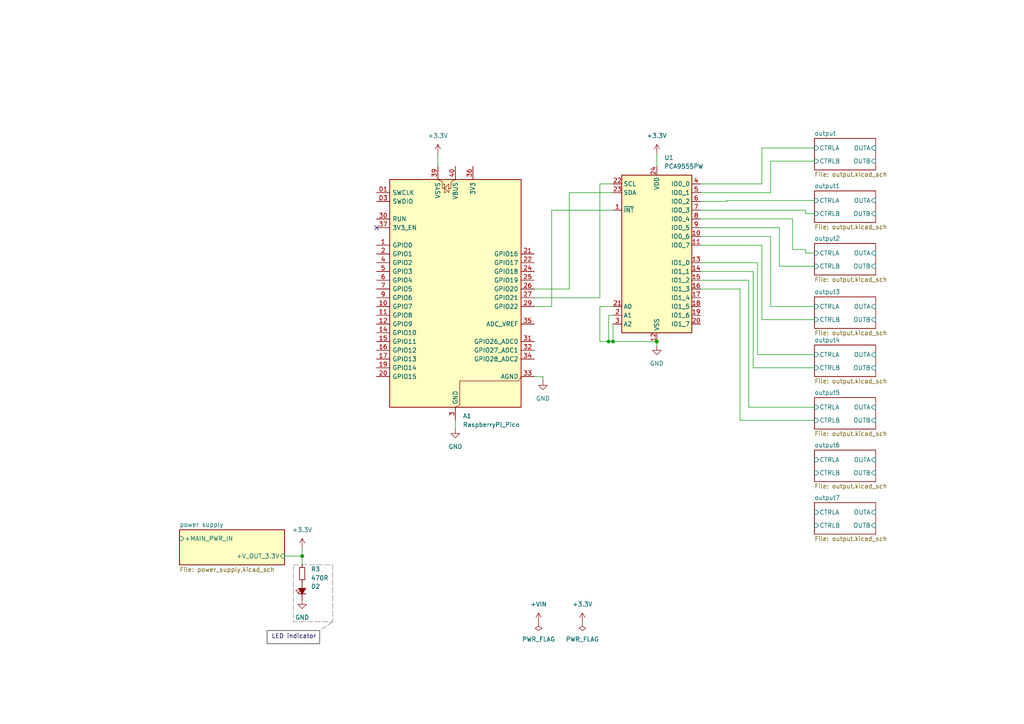
<source format=kicad_sch>
(kicad_sch (version 20250114) (generator "eeschema") (generator_version "9.0")
  (paper "A4")
  (lib_symbols
    (symbol "Device:LED_Small_Filled" (pin_numbers (hide yes)) (pin_names (offset 0.254) (hide yes))
      (property "Reference" "D" (at -1.27 3.175 0))
      (property "Value" "LED_Small_Filled" (at -4.445 -2.54 0))
      (symbol "LED_Small_Filled_0_1"
        (polyline (pts (xy -0.762 -1.016) (xy -0.762 1.016)) (stroke (width 0.254)))
        (polyline (pts (xy 0 0.762) (xy -0.508 1.27) (xy -0.254 1.27) (xy -0.508 1.27) (xy -0.508 1.016)))
        (polyline (pts (xy 0.508 1.27) (xy 0 1.778) (xy 0.254 1.778) (xy 0 1.778) (xy 0 1.524)))
        (polyline (pts (xy 0.762 -1.016) (xy -0.762 0) (xy 0.762 1.016) (xy 0.762 -1.016)) (stroke (width 0.254)) (fill (type outline)))
        (polyline (pts (xy 1.016 0) (xy -0.762 0)))
      )
      (symbol "LED_Small_Filled_1_1"
        (pin passive line (at -2.54 0 0) (length 1.778) (name "K") (number "1"))
        (pin passive line (at 2.54 0 180) (length 1.778) (name "A") (number "2"))
      )
    )
    (symbol "Device:R_Small" (pin_numbers (hide yes)) (pin_names (offset 0.254) (hide yes))
      (property "Reference" "R" (at 0.762 0.508 0))
      (property "Value" "R_Small" (at 0.762 -1.016 0))
      (symbol "R_Small_0_1"
        (rectangle (start -0.762 1.778) (end 0.762 -1.778) (stroke (width 0.2032)))
      )
      (symbol "R_Small_1_1"
        (pin passive line (at 0 2.54 270) (length 0.762) (name "~") (number "1"))
        (pin passive line (at 0 -2.54 90) (length 0.762) (name "~") (number "2"))
      )
    )
    (symbol "Interface_Expansion:PCA9555PW"
      (property "Reference" "U" (at -8.89 24.13 0))
      (property "Value" "PCA9555PW" (at 6.35 24.13 0))
      (symbol "PCA9555PW_0_1"
        (rectangle (start -10.16 22.86) (end 10.16 -22.86) (stroke (width 0.254)) (fill (type background)))
      )
      (symbol "PCA9555PW_1_1"
        (pin input line (at -12.7 20.32 0) (length 2.54) (name "SCL") (number "22"))
        (pin bidirectional line (at -12.7 17.78 0) (length 2.54) (name "SDA") (number "23"))
        (pin open_collector line (at -12.7 12.7 0) (length 2.54) (name "~{INT}") (number "1"))
        (pin input line (at -12.7 -15.24 0) (length 2.54) (name "A0") (number "21"))
        (pin input line (at -12.7 -17.78 0) (length 2.54) (name "A1") (number "2"))
        (pin input line (at -12.7 -20.32 0) (length 2.54) (name "A2") (number "3"))
        (pin power_in line (at 0 25.4 270) (length 2.54) (name "VDD") (number "24"))
        (pin power_in line (at 0 -25.4 90) (length 2.54) (name "VSS") (number "12"))
        (pin bidirectional line (at 12.7 20.32 180) (length 2.54) (name "IO0_0") (number "4"))
        (pin bidirectional line (at 12.7 17.78 180) (length 2.54) (name "IO0_1") (number "5"))
        (pin bidirectional line (at 12.7 15.24 180) (length 2.54) (name "IO0_2") (number "6"))
        (pin bidirectional line (at 12.7 12.7 180) (length 2.54) (name "IO0_3") (number "7"))
        (pin bidirectional line (at 12.7 10.16 180) (length 2.54) (name "IO0_4") (number "8"))
        (pin bidirectional line (at 12.7 7.62 180) (length 2.54) (name "IO0_5") (number "9"))
        (pin bidirectional line (at 12.7 5.08 180) (length 2.54) (name "IO0_6") (number "10"))
        (pin bidirectional line (at 12.7 2.54 180) (length 2.54) (name "IO0_7") (number "11"))
        (pin bidirectional line (at 12.7 -2.54 180) (length 2.54) (name "IO1_0") (number "13"))
        (pin bidirectional line (at 12.7 -5.08 180) (length 2.54) (name "IO1_1") (number "14"))
        (pin bidirectional line (at 12.7 -7.62 180) (length 2.54) (name "IO1_2") (number "15"))
        (pin bidirectional line (at 12.7 -10.16 180) (length 2.54) (name "IO1_3") (number "16"))
        (pin bidirectional line (at 12.7 -12.7 180) (length 2.54) (name "IO1_4") (number "17"))
        (pin bidirectional line (at 12.7 -15.24 180) (length 2.54) (name "IO1_5") (number "18"))
        (pin bidirectional line (at 12.7 -17.78 180) (length 2.54) (name "IO1_6") (number "19"))
        (pin bidirectional line (at 12.7 -20.32 180) (length 2.54) (name "IO1_7") (number "20"))
      )
    )
    (symbol "MCU_Module:RaspberryPi_Pico_Debug" (pin_names (offset 0.762))
      (property "Reference" "A" (at -19.05 35.56 0))
      (property "Value" "RaspberryPi_Pico" (at 7.62 35.56 0))
      (symbol "RaspberryPi_Pico_Debug_0_1"
        (rectangle (start -19.05 34.29) (end 19.05 -31.75) (stroke (width 0.254)) (fill (type background)))
        (polyline (pts (xy -5.08 34.29) (xy -3.81 33.655) (xy -3.81 31.75) (xy -3.175 31.75)))
        (polyline (pts (xy -3.429 32.766) (xy -3.429 33.02) (xy -3.175 33.02) (xy -3.175 30.48) (xy -2.921 30.48) (xy -2.921 30.734)))
        (polyline (pts (xy -3.175 31.75) (xy -1.905 33.02) (xy -1.905 30.48) (xy -3.175 31.75)))
        (polyline (pts (xy 0 34.29) (xy -1.27 33.655) (xy -1.27 31.75) (xy -1.905 31.75)))
        (polyline (pts (xy 0 -31.75) (xy 1.27 -31.115) (xy 1.27 -24.13) (xy 18.415 -24.13) (xy 19.05 -22.86)))
      )
      (symbol "RaspberryPi_Pico_Debug_1_1"
        (pin input line (at -22.86 30.48 0) (length 3.81) (name "SWCLK") (number "D1"))
        (pin bidirectional line (at -22.86 27.94 0) (length 3.81) (name "SWDIO") (number "D3"))
        (pin passive line (at -22.86 22.86 0) (length 3.81) (name "RUN") (number "30"))
        (pin passive line (at -22.86 20.32 0) (length 3.81) (name "3V3_EN") (number "37"))
        (pin bidirectional line (at -22.86 15.24 0) (length 3.81) (name "GPIO0") (number "1"))
        (pin bidirectional line (at -22.86 12.7 0) (length 3.81) (name "GPIO1") (number "2"))
        (pin bidirectional line (at -22.86 10.16 0) (length 3.81) (name "GPIO2") (number "4"))
        (pin bidirectional line (at -22.86 7.62 0) (length 3.81) (name "GPIO3") (number "5"))
        (pin bidirectional line (at -22.86 5.08 0) (length 3.81) (name "GPIO4") (number "6"))
        (pin bidirectional line (at -22.86 2.54 0) (length 3.81) (name "GPIO5") (number "7"))
        (pin bidirectional line (at -22.86 0 0) (length 3.81) (name "GPIO6") (number "9"))
        (pin bidirectional line (at -22.86 -2.54 0) (length 3.81) (name "GPIO7") (number "10"))
        (pin bidirectional line (at -22.86 -5.08 0) (length 3.81) (name "GPIO8") (number "11"))
        (pin bidirectional line (at -22.86 -7.62 0) (length 3.81) (name "GPIO9") (number "12"))
        (pin bidirectional line (at -22.86 -10.16 0) (length 3.81) (name "GPIO10") (number "14"))
        (pin bidirectional line (at -22.86 -12.7 0) (length 3.81) (name "GPIO11") (number "15"))
        (pin bidirectional line (at -22.86 -15.24 0) (length 3.81) (name "GPIO12") (number "16"))
        (pin bidirectional line (at -22.86 -17.78 0) (length 3.81) (name "GPIO13") (number "17"))
        (pin bidirectional line (at -22.86 -20.32 0) (length 3.81) (name "GPIO14") (number "19"))
        (pin bidirectional line (at -22.86 -22.86 0) (length 3.81) (name "GPIO15") (number "20"))
        (pin power_in line (at -5.08 38.1 270) (length 3.81) (name "VSYS") (number "39"))
        (pin power_out line (at 0 38.1 270) (length 3.81) (name "VBUS") (number "40"))
        (pin passive line (at 0 -35.56 90) (length 3.81) (hide yes) (name "GND") (number "13"))
        (pin passive line (at 0 -35.56 90) (length 3.81) (hide yes) (name "GND") (number "18"))
        (pin passive line (at 0 -35.56 90) (length 3.81) (hide yes) (name "GND") (number "23"))
        (pin passive line (at 0 -35.56 90) (length 3.81) (hide yes) (name "GND") (number "28"))
        (pin power_out line (at 0 -35.56 90) (length 3.81) (name "GND") (number "3"))
        (pin passive line (at 0 -35.56 90) (length 3.81) (hide yes) (name "GND") (number "38"))
        (pin passive line (at 0 -35.56 90) (length 3.81) (hide yes) (name "GND") (number "8"))
        (pin passive line (at 0 -35.56 90) (length 3.81) (hide yes) (name "GND") (number "D2"))
        (pin power_out line (at 5.08 38.1 270) (length 3.81) (name "3V3") (number "36"))
        (pin bidirectional line (at 22.86 12.7 180) (length 3.81) (name "GPIO16") (number "21"))
        (pin bidirectional line (at 22.86 10.16 180) (length 3.81) (name "GPIO17") (number "22"))
        (pin bidirectional line (at 22.86 7.62 180) (length 3.81) (name "GPIO18") (number "24"))
        (pin bidirectional line (at 22.86 5.08 180) (length 3.81) (name "GPIO19") (number "25"))
        (pin bidirectional line (at 22.86 2.54 180) (length 3.81) (name "GPIO20") (number "26"))
        (pin bidirectional line (at 22.86 0 180) (length 3.81) (name "GPIO21") (number "27"))
        (pin bidirectional line (at 22.86 -2.54 180) (length 3.81) (name "GPIO22") (number "29"))
        (pin power_in line (at 22.86 -7.62 180) (length 3.81) (name "ADC_VREF") (number "35"))
        (pin bidirectional line (at 22.86 -12.7 180) (length 3.81) (name "GPIO26_ADC0") (number "31"))
        (pin bidirectional line (at 22.86 -15.24 180) (length 3.81) (name "GPIO27_ADC1") (number "32"))
        (pin bidirectional line (at 22.86 -17.78 180) (length 3.81) (name "GPIO28_ADC2") (number "34"))
        (pin power_out line (at 22.86 -22.86 180) (length 3.81) (name "AGND") (number "33"))
      )
    )
    (symbol "My Libraries:+VIN" (power) (in_bom no) (on_board no)
      (property "Value" "+VIN" (at 0 3.81 0))
      (symbol "+VIN_0_1"
        (polyline (pts (xy 0 2.54) (xy -0.762 1.27)))
        (polyline (pts (xy 0 2.54) (xy 0.762 1.27)))
        (polyline (pts (xy 0 0) (xy 0 2.54)))
      )
      (symbol "+VIN_1_1"
        (pin power_in line (at 0 0 90) (length 0) (hide yes) (name "+VIN") (number "1"))
      )
    )
    (symbol "power:+3.3V" (power) (pin_names (offset 0))
      (property "Value" "+3.3V" (at 0 3.556 0))
      (symbol "+3.3V_0_1"
        (polyline (pts (xy -0.762 1.27) (xy 0 2.54)))
        (polyline (pts (xy 0 2.54) (xy 0.762 1.27)))
        (polyline (pts (xy 0 0) (xy 0 2.54)))
      )
      (symbol "+3.3V_1_1"
        (pin power_in line (at 0 0 90) (length 0) (hide yes) (name "+3.3V") (number "1"))
      )
    )
    (symbol "power:GND" (power) (pin_numbers (hide yes)) (pin_names (offset 0) (hide yes))
      (property "Value" "GND" (at 0 -3.81 0))
      (symbol "GND_0_1"
        (polyline (pts (xy 0 0) (xy 0 -1.27) (xy 1.27 -1.27) (xy 0 -2.54) (xy -1.27 -1.27) (xy 0 -1.27)))
      )
      (symbol "GND_1_1"
        (pin power_in line (at 0 0 270) (length 0) (name "~") (number "1"))
      )
    )
    (symbol "power:PWR_FLAG" (power) (pin_numbers (hide yes)) (pin_names (offset 0) (hide yes))
      (property "Value" "PWR_FLAG" (at 0 3.81 0))
      (symbol "PWR_FLAG_0_0"
        (pin power_out line (at 0 0 90) (length 0) (name "pwr") (number "1"))
      )
      (symbol "PWR_FLAG_0_1"
        (polyline (pts (xy 0 0) (xy 0 1.27) (xy -1.016 1.905) (xy 0 2.54) (xy 1.016 1.905) (xy 0 1.27)))
      )
    )
  )
  (rectangle (start 85.09 163.83) (end 96.52 180.34) (stroke (width 0.15) (type dash) (color 132 132 132 1)))
  (rectangle (start 77.47 182.88) (end 92.71 186.69) (stroke (width 0.3) (color 132 132 132 1)))
  (text "LED indicator" (at 78.74 185.42 0) (effects (font (size 1.27 1.27)) (justify left bottom)))
  (junction (at 190.5 99.06))
  (junction (at 176.53 99.06))
  (junction (at 177.8 99.06))
  (junction (at 87.63 161.29))
  (no_connect (at 109.22 66.04))
  (wire (pts (xy 210.82 58.42) (xy 210.82 58.166)))
  (wire (pts (xy 87.63 158.75) (xy 87.63 161.29)))
  (wire (pts (xy 132.08 121.92) (xy 132.08 124.46)))
  (wire (pts (xy 219.71 102.87) (xy 236.22 102.87)))
  (wire (pts (xy 214.63 83.82) (xy 203.2 83.82)))
  (wire (pts (xy 165.1 83.82) (xy 165.1 55.88)))
  (wire (pts (xy 219.71 76.2) (xy 203.2 76.2)))
  (wire (pts (xy 154.94 86.36) (xy 173.99 86.36)))
  (wire (pts (xy 154.94 83.82) (xy 165.1 83.82)))
  (wire (pts (xy 160.02 60.96) (xy 160.02 88.9)))
  (wire (pts (xy 87.63 161.29) (xy 87.63 163.83)))
  (wire (pts (xy 127 44.45) (xy 127 48.26)))
  (wire (pts (xy 233.68 61.976) (xy 233.68 60.96)))
  (wire (pts (xy 220.98 42.926) (xy 236.22 42.926)))
  (wire (pts (xy 233.68 61.976) (xy 236.22 61.976)))
  (wire (pts (xy 177.8 99.06) (xy 190.5 99.06)))
  (wire (pts (xy 226.06 77.216) (xy 236.22 77.216)))
  (wire (pts (xy 214.63 83.82) (xy 214.63 121.92)))
  (wire (pts (xy 177.8 88.9) (xy 173.99 88.9)))
  (wire (pts (xy 165.1 55.88) (xy 177.8 55.88)))
  (wire (pts (xy 82.55 161.29) (xy 87.63 161.29)))
  (wire (pts (xy 177.8 60.96) (xy 160.02 60.96)))
  (wire (pts (xy 233.68 72.39) (xy 229.87 72.39)))
  (wire (pts (xy 176.53 99.06) (xy 177.8 99.06)))
  (wire (pts (xy 173.99 53.34) (xy 177.8 53.34)))
  (wire (pts (xy 223.52 55.88) (xy 203.2 55.88)))
  (wire (pts (xy 210.82 58.166) (xy 236.22 58.166)))
  (wire (pts (xy 217.17 81.28) (xy 217.17 118.11)))
  (wire (pts (xy 176.53 91.44) (xy 176.53 99.06)))
  (wire (pts (xy 157.48 109.22) (xy 157.48 110.49)))
  (wire (pts (xy 219.71 76.2) (xy 219.71 102.87)))
  (wire (pts (xy 220.98 53.34) (xy 220.98 42.926)))
  (wire (pts (xy 223.52 68.58) (xy 203.2 68.58)))
  (wire (pts (xy 210.82 58.42) (xy 203.2 58.42)))
  (wire (pts (xy 229.87 72.39) (xy 229.87 63.5)))
  (wire (pts (xy 217.17 118.11) (xy 236.22 118.11)))
  (wire (pts (xy 220.98 92.71) (xy 236.22 92.71)))
  (wire (pts (xy 223.52 88.9) (xy 236.22 88.9)))
  (wire (pts (xy 218.44 78.74) (xy 218.44 106.68)))
  (wire (pts (xy 203.2 53.34) (xy 220.98 53.34)))
  (wire (pts (xy 203.2 63.5) (xy 229.87 63.5)))
  (wire (pts (xy 214.63 121.92) (xy 236.22 121.92)))
  (wire (pts (xy 173.99 86.36) (xy 173.99 53.34)))
  (wire (pts (xy 226.06 66.04) (xy 226.06 77.216)))
  (wire (pts (xy 223.52 68.58) (xy 223.52 88.9)))
  (polyline (pts (xy 96.52 180.34) (xy 92.71 182.88)) (stroke (width 0.15) (type dash) (color 132 132 132 1)))
  (wire (pts (xy 218.44 106.68) (xy 236.22 106.68)))
  (wire (pts (xy 233.68 72.39) (xy 233.68 73.406)))
  (wire (pts (xy 173.99 99.06) (xy 176.53 99.06)))
  (wire (pts (xy 233.68 73.406) (xy 236.22 73.406)))
  (wire (pts (xy 190.5 99.06) (xy 190.5 100.33)))
  (wire (pts (xy 233.68 60.96) (xy 203.2 60.96)))
  (wire (pts (xy 220.98 71.12) (xy 220.98 92.71)))
  (wire (pts (xy 226.06 66.04) (xy 203.2 66.04)))
  (wire (pts (xy 177.8 91.44) (xy 176.53 91.44)))
  (wire (pts (xy 160.02 88.9) (xy 154.94 88.9)))
  (wire (pts (xy 154.94 109.22) (xy 157.48 109.22)))
  (wire (pts (xy 236.22 46.736) (xy 223.52 46.736)))
  (wire (pts (xy 217.17 81.28) (xy 203.2 81.28)))
  (wire (pts (xy 218.44 78.74) (xy 203.2 78.74)))
  (wire (pts (xy 177.8 93.98) (xy 177.8 99.06)))
  (wire (pts (xy 220.98 71.12) (xy 203.2 71.12)))
  (wire (pts (xy 223.52 46.736) (xy 223.52 55.88)))
  (wire (pts (xy 173.99 88.9) (xy 173.99 99.06)))
  (wire (pts (xy 190.5 44.45) (xy 190.5 48.26)))
  (symbol (lib_id "power:+3.3V") (at 168.91 180.34 0) (unit 1)
    (property "Reference" "#PWR09" (effects (hide yes)))
    (property "Value" "+3.3V" (at 168.91 175.26 0))
  )
  (symbol (lib_id "Device:LED_Small_Filled") (at 87.63 171.45 90) (unit 1)
    (property "Reference" "D2" (at 90.17 170.1165 90) (effects (justify right)))
    (property "Value" "LED_Small_Filled" (effects (hide yes)))
    (property "Footprint" "LED_SMD:LED_0603_1608Metric" (effects (hide yes)))
  )
  (symbol (lib_id "power:GND") (at 190.5 100.33 0) (unit 1)
    (property "Reference" "#PWR0181" (effects (hide yes)))
    (property "Value" "GND" (at 190.5 105.41 0))
  )
  (symbol (lib_id "power:PWR_FLAG") (at 156.21 180.34 180) (unit 1)
    (property "Reference" "#FLG03" (effects (hide yes)))
    (property "Value" "PWR_FLAG" (at 156.21 185.42 0))
  )
  (symbol (lib_id "Interface_Expansion:PCA9555PW") (at 190.5 73.66 0) (unit 1)
    (property "Reference" "U1" (at 192.6433 45.72 0) (effects (justify left)))
    (property "Value" "PCA9555PW" (at 192.6433 48.26 0) (effects (justify left)))
    (property "Footprint" "Package_SO:TSSOP-24_4.4x7.8mm_P0.65mm" (effects (hide yes)))
    (property "Datasheet" "https://www.nxp.com/docs/en/data-sheet/PCA9555.pdf" (effects (hide yes)))
    (property "Description" "IO expander 16 GPIO, I2C 400kHz, Interrupt, 2.3 - 5.5V, TSSOP-24" (effects (hide yes)))
  )
  (symbol (lib_id "MCU_Module:RaspberryPi_Pico_Debug") (at 132.08 86.36 0) (unit 1)
    (property "Reference" "A1" (at 134.2233 120.65 0) (effects (justify left)))
    (property "Value" "RaspberryPi_Pico" (at 134.2233 123.19 0) (effects (justify left)))
    (property "Footprint" "Module:RaspberryPi_Pico_SMD_HandSolder" (effects (hide yes)))
    (property "Datasheet" "https://datasheets.raspberrypi.com/pico/pico-datasheet.pdf" (effects (hide yes)))
    (property "Description" "Versatile and inexpensive microcontroller module (with debug pins) powered by RP2040 dual-core Arm Cortex-M0+ processor up to 133 MHz, 264kB SRAM, 2MB QSPI flash; also supports Raspberry Pi Pico 2" (effects (hide yes)))
  )
  (symbol (lib_id "power:+3.3V") (at 87.63 158.75 0) (unit 1)
    (property "Reference" "#PWR05" (effects (hide yes)))
    (property "Value" "+3.3V" (at 87.63 153.67 0))
  )
  (symbol (lib_id "power:+3.3V") (at 127 44.45 0) (unit 1)
    (property "Reference" "#PWR011" (effects (hide yes)))
    (property "Value" "+3.3V" (at 127 39.37 0))
  )
  (symbol (lib_id "power:GND") (at 157.48 110.49 0) (unit 1)
    (property "Reference" "#PWR0180" (effects (hide yes)))
    (property "Value" "GND" (at 157.48 115.57 0))
  )
  (symbol (lib_id "Device:R_Small") (at 87.63 166.37 180) (unit 1)
    (property "Reference" "R3" (at 90.17 165.1 0) (effects (justify right)))
    (property "Value" "470R" (at 90.17 167.64 0) (effects (justify right)))
    (property "Footprint" "Resistor_SMD:R_0603_1608Metric" (effects (hide yes)))
  )
  (symbol (lib_id "power:GND") (at 87.63 173.99 0) (unit 1)
    (property "Reference" "#PWR06" (effects (hide yes)))
    (property "Value" "GND" (at 87.63 179.07 0))
  )
  (symbol (lib_id "power:GND") (at 132.08 124.46 0) (unit 1)
    (property "Reference" "#PWR0179" (effects (hide yes)))
    (property "Value" "GND" (at 132.08 129.54 0))
  )
  (symbol (lib_id "power:PWR_FLAG") (at 168.91 180.34 180) (unit 1)
    (property "Reference" "#FLG01" (effects (hide yes)))
    (property "Value" "PWR_FLAG" (at 168.91 185.42 0))
  )
  (symbol (lib_id "My Libraries:+VIN") (at 156.21 180.34 0) (unit 1) (in_bom no) (on_board no)
    (property "Reference" "#PWR015" (effects (hide yes)))
    (property "Value" "+VIN" (at 156.21 175.26 0))
  )
  (symbol (lib_id "power:+3.3V") (at 190.5 44.45 0) (unit 1)
    (property "Reference" "#PWR012" (effects (hide yes)))
    (property "Value" "+3.3V" (at 190.5 39.37 0))
  )
  (sheet (at 236.22 86.106) (size 17.78 9.144) (stroke (width 0.1524))
    (property "Sheetname" "output3" (at 236.22 85.3944 0) (effects (justify left bottom)))
    (property "Sheetfile" "output.kicad_sch" (at 236.22 95.8346 0) (effects (justify left top)))
    (pin "CTRLA" input (at 236.22 88.9 180))
    (pin "CTRLB" input (at 236.22 92.71 180))
    (pin "OUTA" input (at 254 88.9 0))
    (pin "OUTB" input (at 254 92.71 0))
  )
  (sheet (at 236.22 55.372) (size 17.78 9.144) (stroke (width 0.1524))
    (property "Sheetname" "output1" (at 236.22 54.6604 0) (effects (justify left bottom)))
    (property "Sheetfile" "output.kicad_sch" (at 236.22 65.1006 0) (effects (justify left top)))
    (pin "CTRLA" input (at 236.22 58.166 180))
    (pin "CTRLB" input (at 236.22 61.976 180))
    (pin "OUTA" input (at 254 58.166 0))
    (pin "OUTB" input (at 254 61.976 0))
  )
  (sheet (at 236.22 100.076) (size 17.78 9.144) (stroke (width 0.1524))
    (property "Sheetname" "output4" (at 236.22 99.3644 0) (effects (justify left bottom)))
    (property "Sheetfile" "output.kicad_sch" (at 236.22 109.8046 0) (effects (justify left top)))
    (pin "CTRLA" input (at 236.22 102.87 180))
    (pin "CTRLB" input (at 236.22 106.68 180))
    (pin "OUTA" input (at 254 102.87 0))
    (pin "OUTB" input (at 254 106.68 0))
  )
  (sheet (at 236.22 70.612) (size 17.78 9.144) (stroke (width 0.1524))
    (property "Sheetname" "output2" (at 236.22 69.9004 0) (effects (justify left bottom)))
    (property "Sheetfile" "output.kicad_sch" (at 236.22 80.3406 0) (effects (justify left top)))
    (pin "CTRLA" input (at 236.22 73.406 180))
    (pin "CTRLB" input (at 236.22 77.216 180))
    (pin "OUTA" input (at 254 73.406 0))
    (pin "OUTB" input (at 254 77.216 0))
  )
  (sheet (at 236.22 130.556) (size 17.78 9.144) (stroke (width 0.1524))
    (property "Sheetname" "output6" (at 236.22 129.8444 0) (effects (justify left bottom)))
    (property "Sheetfile" "output.kicad_sch" (at 236.22 140.2846 0) (effects (justify left top)))
    (pin "CTRLA" input (at 236.22 133.35 180))
    (pin "CTRLB" input (at 236.22 137.16 180))
    (pin "OUTA" input (at 254 133.35 0))
    (pin "OUTB" input (at 254 137.16 0))
  )
  (sheet (at 236.22 145.796) (size 17.78 9.144) (stroke (width 0.1524))
    (property "Sheetname" "output7" (at 236.22 145.0844 0) (effects (justify left bottom)))
    (property "Sheetfile" "output.kicad_sch" (at 236.22 155.5246 0) (effects (justify left top)))
    (pin "CTRLA" input (at 236.22 148.59 180))
    (pin "CTRLB" input (at 236.22 152.4 180))
    (pin "OUTA" input (at 254 148.59 0))
    (pin "OUTB" input (at 254 152.4 0))
  )
  (sheet (at 52.07 153.67) (size 30.48 10.16) (stroke (width 0.254)) (fill (color 255 255 194 1.0000))
    (property "Sheetname" "power supply" (at 52.07 152.9076 0) (effects (justify left bottom)))
    (property "Sheetfile" "power_supply.kicad_sch" (at 52.07 164.4654 0) (effects (justify left top)))
    (pin "+V_OUT_3.3V" input (at 82.55 161.29 0))
    (pin "+MAIN_PWR_IN" input (at 52.07 156.21 180))
  )
  (sheet (at 236.22 40.132) (size 17.78 9.144) (stroke (width 0.1524))
    (property "Sheetname" "output" (at 236.22 39.4204 0) (effects (justify left bottom)))
    (property "Sheetfile" "output.kicad_sch" (at 236.22 49.8606 0) (effects (justify left top)))
    (pin "CTRLA" input (at 236.22 42.926 180))
    (pin "CTRLB" input (at 236.22 46.736 180))
    (pin "OUTA" input (at 254 42.926 0))
    (pin "OUTB" input (at 254 46.736 0))
  )
  (sheet (at 236.22 115.316) (size 17.78 9.144) (stroke (width 0.1524))
    (property "Sheetname" "output5" (at 236.22 114.6044 0) (effects (justify left bottom)))
    (property "Sheetfile" "output.kicad_sch" (at 236.22 125.0446 0) (effects (justify left top)))
    (pin "CTRLA" input (at 236.22 118.11 180))
    (pin "CTRLB" input (at 236.22 121.92 180))
    (pin "OUTA" input (at 254 118.11 0))
    (pin "OUTB" input (at 254 121.92 0))
  )
)
</source>
